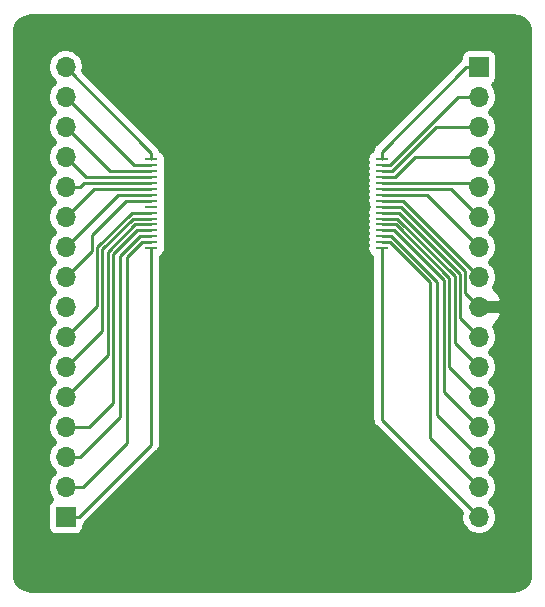
<source format=gbr>
G04 #@! TF.GenerationSoftware,KiCad,Pcbnew,(5.1.5)-3*
G04 #@! TF.CreationDate,2020-03-18T19:06:41-04:00*
G04 #@! TF.ProjectId,SRAM CY62128EV30LL-45ZXI,5352414d-2043-4593-9632-313238455633,rev?*
G04 #@! TF.SameCoordinates,Original*
G04 #@! TF.FileFunction,Copper,L1,Top*
G04 #@! TF.FilePolarity,Positive*
%FSLAX46Y46*%
G04 Gerber Fmt 4.6, Leading zero omitted, Abs format (unit mm)*
G04 Created by KiCad (PCBNEW (5.1.5)-3) date 2020-03-18 19:06:41*
%MOMM*%
%LPD*%
G04 APERTURE LIST*
%ADD10R,1.100000X0.250000*%
%ADD11O,1.700000X1.700000*%
%ADD12R,1.700000X1.700000*%
%ADD13C,0.250000*%
%ADD14C,0.500000*%
G04 APERTURE END LIST*
D10*
X121750000Y-52806500D03*
X121750000Y-53306500D03*
X121750000Y-53806500D03*
X121750000Y-54306500D03*
X121750000Y-54806500D03*
X121750000Y-55306500D03*
X121750000Y-55806500D03*
X121750000Y-56306500D03*
X121750000Y-56806500D03*
X121750000Y-57306500D03*
X121750000Y-57806500D03*
X121750000Y-58306500D03*
X121750000Y-58806500D03*
X121750000Y-59306500D03*
X121750000Y-59806500D03*
X102250000Y-60306500D03*
X102250000Y-59806500D03*
X102250000Y-59306500D03*
X102250000Y-58806500D03*
X102250000Y-58306500D03*
X102250000Y-57806500D03*
X102250000Y-57306500D03*
X102250000Y-56806500D03*
X102250000Y-56306500D03*
X102250000Y-55806500D03*
X102250000Y-55306500D03*
X102250000Y-54806500D03*
X102250000Y-54306500D03*
X102250000Y-53806500D03*
X102250000Y-53306500D03*
X121750000Y-60306500D03*
X102250000Y-52806500D03*
D11*
X130000000Y-83100000D03*
X130000000Y-80560000D03*
X130000000Y-78020000D03*
X130000000Y-75480000D03*
X130000000Y-72940000D03*
X130000000Y-70400000D03*
X130000000Y-67860000D03*
X130000000Y-65320000D03*
X130000000Y-62780000D03*
X130000000Y-60240000D03*
X130000000Y-57700000D03*
X130000000Y-55160000D03*
X130000000Y-52620000D03*
X130000000Y-50080000D03*
X130000000Y-47540000D03*
D12*
X130000000Y-45000000D03*
D11*
X95000000Y-45000000D03*
X95000000Y-47540000D03*
X95000000Y-50080000D03*
X95000000Y-52620000D03*
X95000000Y-55160000D03*
X95000000Y-57700000D03*
X95000000Y-60240000D03*
X95000000Y-62780000D03*
X95000000Y-65320000D03*
X95000000Y-67860000D03*
X95000000Y-70400000D03*
X95000000Y-72940000D03*
X95000000Y-75480000D03*
X95000000Y-78020000D03*
X95000000Y-80560000D03*
D12*
X95000000Y-83100000D03*
D13*
X102250000Y-52250000D02*
X95000000Y-45000000D01*
X102250000Y-52806500D02*
X102250000Y-52250000D01*
X100766500Y-53306500D02*
X95000000Y-47540000D01*
X102250000Y-53306500D02*
X100766500Y-53306500D01*
X98726500Y-53806500D02*
X95000000Y-50080000D01*
X102250000Y-53806500D02*
X98726500Y-53806500D01*
X96686500Y-54306500D02*
X102250000Y-54306500D01*
X95000000Y-52620000D02*
X96686500Y-54306500D01*
X101450000Y-54806500D02*
X102250000Y-54806500D01*
X96555581Y-54806500D02*
X101450000Y-54806500D01*
X96202081Y-55160000D02*
X96555581Y-54806500D01*
X95000000Y-55160000D02*
X96202081Y-55160000D01*
X97393500Y-55306500D02*
X102250000Y-55306500D01*
X95000000Y-57700000D02*
X97393500Y-55306500D01*
X95000000Y-60240000D02*
X99440000Y-55800000D01*
X99446500Y-55806500D02*
X102250000Y-55806500D01*
X99440000Y-55800000D02*
X99446500Y-55806500D01*
X101450000Y-56306500D02*
X102250000Y-56306500D01*
X95000000Y-62780000D02*
X97199956Y-60580044D01*
X97199956Y-60580044D02*
X97199956Y-59200044D01*
X97199956Y-59200044D02*
X100093500Y-56306500D01*
X100093500Y-56306500D02*
X101450000Y-56306500D01*
X95000000Y-67860000D02*
X97649967Y-65210033D01*
X97649967Y-65210033D02*
X97649967Y-60240800D01*
X97649967Y-60240800D02*
X100584267Y-57306500D01*
X101450000Y-57306500D02*
X102250000Y-57306500D01*
X100584267Y-57306500D02*
X101450000Y-57306500D01*
X100720678Y-57806500D02*
X101450000Y-57806500D01*
X101450000Y-57806500D02*
X102250000Y-57806500D01*
X98099978Y-60427200D02*
X100720678Y-57806500D01*
X95000000Y-70400000D02*
X98099978Y-67300022D01*
X98099978Y-67300022D02*
X98099978Y-60427200D01*
X98549989Y-69390011D02*
X98549989Y-60613600D01*
X98549989Y-60613600D02*
X100857089Y-58306500D01*
X100857089Y-58306500D02*
X101450000Y-58306500D01*
X95000000Y-72940000D02*
X98549989Y-69390011D01*
X101450000Y-58306500D02*
X102250000Y-58306500D01*
X95000000Y-75480000D02*
X96920000Y-75480000D01*
X96920000Y-75480000D02*
X99000000Y-73400000D01*
X99000000Y-73400000D02*
X99000000Y-60800000D01*
X100993500Y-58806500D02*
X102250000Y-58806500D01*
X99000000Y-60800000D02*
X100993500Y-58806500D01*
X96202081Y-78020000D02*
X99600000Y-74622081D01*
X95000000Y-78020000D02*
X96202081Y-78020000D01*
X99600000Y-74622081D02*
X99600000Y-61000000D01*
X101293500Y-59306500D02*
X102250000Y-59306500D01*
X99600000Y-61000000D02*
X101293500Y-59306500D01*
X95000000Y-80560000D02*
X96440000Y-80560000D01*
X96440000Y-80560000D02*
X100200000Y-76800000D01*
X101450000Y-59806500D02*
X102250000Y-59806500D01*
X100200000Y-61056500D02*
X101450000Y-59806500D01*
X100200000Y-76800000D02*
X100200000Y-61056500D01*
X102250000Y-76950000D02*
X102250000Y-60306500D01*
X95000000Y-83100000D02*
X96100000Y-83100000D01*
X96100000Y-83100000D02*
X102250000Y-76950000D01*
X121750000Y-74850000D02*
X130000000Y-83100000D01*
X121750000Y-60306500D02*
X121750000Y-74850000D01*
X125800000Y-76360000D02*
X130000000Y-80560000D01*
X125800000Y-63200000D02*
X125800000Y-76360000D01*
X122406500Y-59806500D02*
X121750000Y-59806500D01*
X125800000Y-63200000D02*
X122406500Y-59806500D01*
X122550000Y-59306500D02*
X126400000Y-63156500D01*
X121750000Y-59306500D02*
X122550000Y-59306500D01*
X126400000Y-74420000D02*
X130000000Y-78020000D01*
X126400000Y-63156500D02*
X126400000Y-74420000D01*
X122806500Y-58806500D02*
X121750000Y-58806500D01*
X127024955Y-63024955D02*
X122806500Y-58806500D01*
X130000000Y-75480000D02*
X127024955Y-72504955D01*
X127024955Y-72504955D02*
X127024955Y-63024955D01*
X127474966Y-62838555D02*
X127474966Y-70414966D01*
X121750000Y-58306500D02*
X122942911Y-58306500D01*
X129150001Y-72090001D02*
X130000000Y-72940000D01*
X127474966Y-70414966D02*
X129150001Y-72090001D01*
X122942911Y-58306500D02*
X127474966Y-62838555D01*
X121750000Y-57806500D02*
X123079322Y-57806500D01*
X129150001Y-69550001D02*
X130000000Y-70400000D01*
X127924977Y-68324977D02*
X129150001Y-69550001D01*
X123079322Y-57806500D02*
X127924977Y-62652155D01*
X127924977Y-62652155D02*
X127924977Y-68324977D01*
X128374988Y-66234988D02*
X129150001Y-67010001D01*
X128374988Y-62465755D02*
X128374988Y-66234988D01*
X129150001Y-67010001D02*
X130000000Y-67860000D01*
X121750000Y-57306500D02*
X123215732Y-57306500D01*
X123215732Y-57306500D02*
X128374988Y-62465755D01*
X123526500Y-56306500D02*
X130000000Y-62780000D01*
X121750000Y-56306500D02*
X123526500Y-56306500D01*
X125566500Y-55806500D02*
X130000000Y-60240000D01*
X121750000Y-55806500D02*
X125566500Y-55806500D01*
X127606500Y-55306500D02*
X130000000Y-57700000D01*
X121750000Y-55306500D02*
X127606500Y-55306500D01*
X129646500Y-54806500D02*
X130000000Y-55160000D01*
X121750000Y-54806500D02*
X129646500Y-54806500D01*
X124580000Y-52620000D02*
X130000000Y-52620000D01*
X121750000Y-54306500D02*
X122893500Y-54306500D01*
X122893500Y-54306500D02*
X124580000Y-52620000D01*
X126320000Y-50080000D02*
X130000000Y-50080000D01*
X121750000Y-53806500D02*
X122593500Y-53806500D01*
X122593500Y-53806500D02*
X126320000Y-50080000D01*
X121750000Y-53306500D02*
X122457090Y-53306500D01*
X122457090Y-53306500D02*
X128223590Y-47540000D01*
X128797919Y-47540000D02*
X130000000Y-47540000D01*
X128223590Y-47540000D02*
X128797919Y-47540000D01*
X128900000Y-45000000D02*
X130000000Y-45000000D01*
X121750000Y-52150000D02*
X128900000Y-45000000D01*
X121750000Y-52806500D02*
X121750000Y-52150000D01*
X123352144Y-56806500D02*
X128824999Y-62279355D01*
X121750000Y-56806500D02*
X123352144Y-56806500D01*
X128824999Y-62279355D02*
X128824999Y-64144999D01*
X128824999Y-64144999D02*
X129150001Y-64470001D01*
X129150001Y-64470001D02*
X130000000Y-65320000D01*
D14*
G36*
X133237213Y-40801975D02*
G01*
X133465397Y-40870868D01*
X133675848Y-40982768D01*
X133860558Y-41133414D01*
X134012490Y-41317066D01*
X134125855Y-41526732D01*
X134196339Y-41754429D01*
X134225000Y-42027115D01*
X134225001Y-87962088D01*
X134198024Y-88237213D01*
X134129132Y-88465396D01*
X134017234Y-88675846D01*
X133866587Y-88860558D01*
X133682931Y-89012491D01*
X133473268Y-89125855D01*
X133245569Y-89196339D01*
X132972885Y-89225000D01*
X92037902Y-89225000D01*
X91762787Y-89198024D01*
X91534604Y-89129132D01*
X91324154Y-89017234D01*
X91139442Y-88866587D01*
X90987509Y-88682931D01*
X90874145Y-88473268D01*
X90803661Y-88245569D01*
X90775000Y-87972885D01*
X90775000Y-82250000D01*
X93396372Y-82250000D01*
X93396372Y-83950000D01*
X93410853Y-84097026D01*
X93453739Y-84238401D01*
X93523381Y-84368693D01*
X93617105Y-84482895D01*
X93731307Y-84576619D01*
X93861599Y-84646261D01*
X94002974Y-84689147D01*
X94150000Y-84703628D01*
X95850000Y-84703628D01*
X95997026Y-84689147D01*
X96138401Y-84646261D01*
X96268693Y-84576619D01*
X96382895Y-84482895D01*
X96476619Y-84368693D01*
X96546261Y-84238401D01*
X96589147Y-84097026D01*
X96603628Y-83950000D01*
X96603628Y-83818621D01*
X96721712Y-83721712D01*
X96749117Y-83688319D01*
X102838320Y-77599116D01*
X102871712Y-77571712D01*
X102981056Y-77438476D01*
X103062305Y-77286468D01*
X103112339Y-77121530D01*
X103125000Y-76992979D01*
X103125000Y-76992978D01*
X103129233Y-76950001D01*
X103125000Y-76907022D01*
X103125000Y-61108199D01*
X103218693Y-61058119D01*
X103332895Y-60964395D01*
X103426619Y-60850193D01*
X103496261Y-60719901D01*
X103539147Y-60578526D01*
X103553628Y-60431500D01*
X103553628Y-60181500D01*
X103541316Y-60056500D01*
X103553628Y-59931500D01*
X103553628Y-59681500D01*
X103541316Y-59556500D01*
X103553628Y-59431500D01*
X103553628Y-59181500D01*
X103541316Y-59056500D01*
X103553628Y-58931500D01*
X103553628Y-58681500D01*
X103541316Y-58556500D01*
X103553628Y-58431500D01*
X103553628Y-58181500D01*
X103541316Y-58056500D01*
X103553628Y-57931500D01*
X103553628Y-57681500D01*
X103541316Y-57556500D01*
X103553628Y-57431500D01*
X103553628Y-57181500D01*
X103541316Y-57056500D01*
X103553628Y-56931500D01*
X103553628Y-56681500D01*
X103541316Y-56556500D01*
X103553628Y-56431500D01*
X103553628Y-56181500D01*
X103541316Y-56056500D01*
X103553628Y-55931500D01*
X103553628Y-55681500D01*
X103541316Y-55556500D01*
X103553628Y-55431500D01*
X103553628Y-55181500D01*
X103541316Y-55056500D01*
X103553628Y-54931500D01*
X103553628Y-54681500D01*
X103541316Y-54556500D01*
X103553628Y-54431500D01*
X103553628Y-54181500D01*
X103541316Y-54056500D01*
X103553628Y-53931500D01*
X103553628Y-53681500D01*
X103541316Y-53556500D01*
X103553628Y-53431500D01*
X103553628Y-53181500D01*
X103541316Y-53056500D01*
X103553628Y-52931500D01*
X103553628Y-52681500D01*
X120446372Y-52681500D01*
X120446372Y-52931500D01*
X120458684Y-53056500D01*
X120446372Y-53181500D01*
X120446372Y-53431500D01*
X120458684Y-53556500D01*
X120446372Y-53681500D01*
X120446372Y-53931500D01*
X120458684Y-54056500D01*
X120446372Y-54181500D01*
X120446372Y-54431500D01*
X120458684Y-54556500D01*
X120446372Y-54681500D01*
X120446372Y-54931500D01*
X120458684Y-55056500D01*
X120446372Y-55181500D01*
X120446372Y-55431500D01*
X120458684Y-55556500D01*
X120446372Y-55681500D01*
X120446372Y-55931500D01*
X120458684Y-56056500D01*
X120446372Y-56181500D01*
X120446372Y-56431500D01*
X120460853Y-56578526D01*
X120503739Y-56719901D01*
X120550027Y-56806500D01*
X120503739Y-56893099D01*
X120460853Y-57034474D01*
X120446372Y-57181500D01*
X120446372Y-57431500D01*
X120458684Y-57556500D01*
X120446372Y-57681500D01*
X120446372Y-57931500D01*
X120458684Y-58056500D01*
X120446372Y-58181500D01*
X120446372Y-58431500D01*
X120458684Y-58556500D01*
X120446372Y-58681500D01*
X120446372Y-58931500D01*
X120458684Y-59056500D01*
X120446372Y-59181500D01*
X120446372Y-59431500D01*
X120458684Y-59556500D01*
X120446372Y-59681500D01*
X120446372Y-59931500D01*
X120458684Y-60056500D01*
X120446372Y-60181500D01*
X120446372Y-60431500D01*
X120460853Y-60578526D01*
X120503739Y-60719901D01*
X120573381Y-60850193D01*
X120667105Y-60964395D01*
X120781307Y-61058119D01*
X120875000Y-61108199D01*
X120875001Y-74807011D01*
X120870767Y-74850000D01*
X120887661Y-75021529D01*
X120937695Y-75186467D01*
X120962196Y-75232305D01*
X121018945Y-75338476D01*
X121128289Y-75471712D01*
X121161676Y-75499112D01*
X128434008Y-82771445D01*
X128400000Y-82942414D01*
X128400000Y-83257586D01*
X128461487Y-83566703D01*
X128582098Y-83857884D01*
X128757199Y-84119941D01*
X128980059Y-84342801D01*
X129242116Y-84517902D01*
X129533297Y-84638513D01*
X129842414Y-84700000D01*
X130157586Y-84700000D01*
X130466703Y-84638513D01*
X130757884Y-84517902D01*
X131019941Y-84342801D01*
X131242801Y-84119941D01*
X131417902Y-83857884D01*
X131538513Y-83566703D01*
X131600000Y-83257586D01*
X131600000Y-82942414D01*
X131538513Y-82633297D01*
X131417902Y-82342116D01*
X131242801Y-82080059D01*
X131019941Y-81857199D01*
X130979235Y-81830000D01*
X131019941Y-81802801D01*
X131242801Y-81579941D01*
X131417902Y-81317884D01*
X131538513Y-81026703D01*
X131600000Y-80717586D01*
X131600000Y-80402414D01*
X131538513Y-80093297D01*
X131417902Y-79802116D01*
X131242801Y-79540059D01*
X131019941Y-79317199D01*
X130979235Y-79290000D01*
X131019941Y-79262801D01*
X131242801Y-79039941D01*
X131417902Y-78777884D01*
X131538513Y-78486703D01*
X131600000Y-78177586D01*
X131600000Y-77862414D01*
X131538513Y-77553297D01*
X131417902Y-77262116D01*
X131242801Y-77000059D01*
X131019941Y-76777199D01*
X130979235Y-76750000D01*
X131019941Y-76722801D01*
X131242801Y-76499941D01*
X131417902Y-76237884D01*
X131538513Y-75946703D01*
X131600000Y-75637586D01*
X131600000Y-75322414D01*
X131538513Y-75013297D01*
X131417902Y-74722116D01*
X131242801Y-74460059D01*
X131019941Y-74237199D01*
X130979235Y-74210000D01*
X131019941Y-74182801D01*
X131242801Y-73959941D01*
X131417902Y-73697884D01*
X131538513Y-73406703D01*
X131600000Y-73097586D01*
X131600000Y-72782414D01*
X131538513Y-72473297D01*
X131417902Y-72182116D01*
X131242801Y-71920059D01*
X131019941Y-71697199D01*
X130979235Y-71670000D01*
X131019941Y-71642801D01*
X131242801Y-71419941D01*
X131417902Y-71157884D01*
X131538513Y-70866703D01*
X131600000Y-70557586D01*
X131600000Y-70242414D01*
X131538513Y-69933297D01*
X131417902Y-69642116D01*
X131242801Y-69380059D01*
X131019941Y-69157199D01*
X130979235Y-69130000D01*
X131019941Y-69102801D01*
X131242801Y-68879941D01*
X131417902Y-68617884D01*
X131538513Y-68326703D01*
X131600000Y-68017586D01*
X131600000Y-67702414D01*
X131538513Y-67393297D01*
X131417902Y-67102116D01*
X131317897Y-66952448D01*
X131598930Y-66681416D01*
X131833806Y-66343321D01*
X131998210Y-65965900D01*
X132020287Y-65893098D01*
X131769931Y-65570000D01*
X130250000Y-65570000D01*
X130250000Y-65590000D01*
X129750000Y-65590000D01*
X129750000Y-65570000D01*
X129730000Y-65570000D01*
X129730000Y-65070000D01*
X129750000Y-65070000D01*
X129750000Y-65050000D01*
X130250000Y-65050000D01*
X130250000Y-65070000D01*
X131769931Y-65070000D01*
X132020287Y-64746902D01*
X131998210Y-64674100D01*
X131833806Y-64296679D01*
X131598930Y-63958584D01*
X131317897Y-63687552D01*
X131417902Y-63537884D01*
X131538513Y-63246703D01*
X131600000Y-62937586D01*
X131600000Y-62622414D01*
X131538513Y-62313297D01*
X131417902Y-62022116D01*
X131242801Y-61760059D01*
X131019941Y-61537199D01*
X130979235Y-61510000D01*
X131019941Y-61482801D01*
X131242801Y-61259941D01*
X131417902Y-60997884D01*
X131538513Y-60706703D01*
X131600000Y-60397586D01*
X131600000Y-60082414D01*
X131538513Y-59773297D01*
X131417902Y-59482116D01*
X131242801Y-59220059D01*
X131019941Y-58997199D01*
X130979235Y-58970000D01*
X131019941Y-58942801D01*
X131242801Y-58719941D01*
X131417902Y-58457884D01*
X131538513Y-58166703D01*
X131600000Y-57857586D01*
X131600000Y-57542414D01*
X131538513Y-57233297D01*
X131417902Y-56942116D01*
X131242801Y-56680059D01*
X131019941Y-56457199D01*
X130979235Y-56430000D01*
X131019941Y-56402801D01*
X131242801Y-56179941D01*
X131417902Y-55917884D01*
X131538513Y-55626703D01*
X131600000Y-55317586D01*
X131600000Y-55002414D01*
X131538513Y-54693297D01*
X131417902Y-54402116D01*
X131242801Y-54140059D01*
X131019941Y-53917199D01*
X130979235Y-53890000D01*
X131019941Y-53862801D01*
X131242801Y-53639941D01*
X131417902Y-53377884D01*
X131538513Y-53086703D01*
X131600000Y-52777586D01*
X131600000Y-52462414D01*
X131538513Y-52153297D01*
X131417902Y-51862116D01*
X131242801Y-51600059D01*
X131019941Y-51377199D01*
X130979235Y-51350000D01*
X131019941Y-51322801D01*
X131242801Y-51099941D01*
X131417902Y-50837884D01*
X131538513Y-50546703D01*
X131600000Y-50237586D01*
X131600000Y-49922414D01*
X131538513Y-49613297D01*
X131417902Y-49322116D01*
X131242801Y-49060059D01*
X131019941Y-48837199D01*
X130979235Y-48810000D01*
X131019941Y-48782801D01*
X131242801Y-48559941D01*
X131417902Y-48297884D01*
X131538513Y-48006703D01*
X131600000Y-47697586D01*
X131600000Y-47382414D01*
X131538513Y-47073297D01*
X131417902Y-46782116D01*
X131242801Y-46520059D01*
X131223511Y-46500769D01*
X131268693Y-46476619D01*
X131382895Y-46382895D01*
X131476619Y-46268693D01*
X131546261Y-46138401D01*
X131589147Y-45997026D01*
X131603628Y-45850000D01*
X131603628Y-44150000D01*
X131589147Y-44002974D01*
X131546261Y-43861599D01*
X131476619Y-43731307D01*
X131382895Y-43617105D01*
X131268693Y-43523381D01*
X131138401Y-43453739D01*
X130997026Y-43410853D01*
X130850000Y-43396372D01*
X129150000Y-43396372D01*
X129002974Y-43410853D01*
X128861599Y-43453739D01*
X128731307Y-43523381D01*
X128617105Y-43617105D01*
X128523381Y-43731307D01*
X128453739Y-43861599D01*
X128410853Y-44002974D01*
X128396372Y-44150000D01*
X128396372Y-44281379D01*
X128278288Y-44378288D01*
X128250888Y-44411675D01*
X121161676Y-51500888D01*
X121128289Y-51528288D01*
X121018945Y-51661524D01*
X120976589Y-51740767D01*
X120937695Y-51813533D01*
X120887661Y-51978471D01*
X120885627Y-51999121D01*
X120781307Y-52054881D01*
X120667105Y-52148605D01*
X120573381Y-52262807D01*
X120503739Y-52393099D01*
X120460853Y-52534474D01*
X120446372Y-52681500D01*
X103553628Y-52681500D01*
X103539147Y-52534474D01*
X103496261Y-52393099D01*
X103426619Y-52262807D01*
X103332895Y-52148605D01*
X103218693Y-52054881D01*
X103088401Y-51985239D01*
X103083617Y-51983788D01*
X103062305Y-51913532D01*
X102981056Y-51761524D01*
X102871712Y-51628288D01*
X102838319Y-51600883D01*
X96565992Y-45328556D01*
X96600000Y-45157586D01*
X96600000Y-44842414D01*
X96538513Y-44533297D01*
X96417902Y-44242116D01*
X96242801Y-43980059D01*
X96019941Y-43757199D01*
X95757884Y-43582098D01*
X95466703Y-43461487D01*
X95157586Y-43400000D01*
X94842414Y-43400000D01*
X94533297Y-43461487D01*
X94242116Y-43582098D01*
X93980059Y-43757199D01*
X93757199Y-43980059D01*
X93582098Y-44242116D01*
X93461487Y-44533297D01*
X93400000Y-44842414D01*
X93400000Y-45157586D01*
X93461487Y-45466703D01*
X93582098Y-45757884D01*
X93757199Y-46019941D01*
X93980059Y-46242801D01*
X94020765Y-46270000D01*
X93980059Y-46297199D01*
X93757199Y-46520059D01*
X93582098Y-46782116D01*
X93461487Y-47073297D01*
X93400000Y-47382414D01*
X93400000Y-47697586D01*
X93461487Y-48006703D01*
X93582098Y-48297884D01*
X93757199Y-48559941D01*
X93980059Y-48782801D01*
X94020765Y-48810000D01*
X93980059Y-48837199D01*
X93757199Y-49060059D01*
X93582098Y-49322116D01*
X93461487Y-49613297D01*
X93400000Y-49922414D01*
X93400000Y-50237586D01*
X93461487Y-50546703D01*
X93582098Y-50837884D01*
X93757199Y-51099941D01*
X93980059Y-51322801D01*
X94020765Y-51350000D01*
X93980059Y-51377199D01*
X93757199Y-51600059D01*
X93582098Y-51862116D01*
X93461487Y-52153297D01*
X93400000Y-52462414D01*
X93400000Y-52777586D01*
X93461487Y-53086703D01*
X93582098Y-53377884D01*
X93757199Y-53639941D01*
X93980059Y-53862801D01*
X94020765Y-53890000D01*
X93980059Y-53917199D01*
X93757199Y-54140059D01*
X93582098Y-54402116D01*
X93461487Y-54693297D01*
X93400000Y-55002414D01*
X93400000Y-55317586D01*
X93461487Y-55626703D01*
X93582098Y-55917884D01*
X93757199Y-56179941D01*
X93980059Y-56402801D01*
X94020765Y-56430000D01*
X93980059Y-56457199D01*
X93757199Y-56680059D01*
X93582098Y-56942116D01*
X93461487Y-57233297D01*
X93400000Y-57542414D01*
X93400000Y-57857586D01*
X93461487Y-58166703D01*
X93582098Y-58457884D01*
X93757199Y-58719941D01*
X93980059Y-58942801D01*
X94020765Y-58970000D01*
X93980059Y-58997199D01*
X93757199Y-59220059D01*
X93582098Y-59482116D01*
X93461487Y-59773297D01*
X93400000Y-60082414D01*
X93400000Y-60397586D01*
X93461487Y-60706703D01*
X93582098Y-60997884D01*
X93757199Y-61259941D01*
X93980059Y-61482801D01*
X94020765Y-61510000D01*
X93980059Y-61537199D01*
X93757199Y-61760059D01*
X93582098Y-62022116D01*
X93461487Y-62313297D01*
X93400000Y-62622414D01*
X93400000Y-62937586D01*
X93461487Y-63246703D01*
X93582098Y-63537884D01*
X93757199Y-63799941D01*
X93980059Y-64022801D01*
X94020765Y-64050000D01*
X93980059Y-64077199D01*
X93757199Y-64300059D01*
X93582098Y-64562116D01*
X93461487Y-64853297D01*
X93400000Y-65162414D01*
X93400000Y-65477586D01*
X93461487Y-65786703D01*
X93582098Y-66077884D01*
X93757199Y-66339941D01*
X93980059Y-66562801D01*
X94020765Y-66590000D01*
X93980059Y-66617199D01*
X93757199Y-66840059D01*
X93582098Y-67102116D01*
X93461487Y-67393297D01*
X93400000Y-67702414D01*
X93400000Y-68017586D01*
X93461487Y-68326703D01*
X93582098Y-68617884D01*
X93757199Y-68879941D01*
X93980059Y-69102801D01*
X94020765Y-69130000D01*
X93980059Y-69157199D01*
X93757199Y-69380059D01*
X93582098Y-69642116D01*
X93461487Y-69933297D01*
X93400000Y-70242414D01*
X93400000Y-70557586D01*
X93461487Y-70866703D01*
X93582098Y-71157884D01*
X93757199Y-71419941D01*
X93980059Y-71642801D01*
X94020765Y-71670000D01*
X93980059Y-71697199D01*
X93757199Y-71920059D01*
X93582098Y-72182116D01*
X93461487Y-72473297D01*
X93400000Y-72782414D01*
X93400000Y-73097586D01*
X93461487Y-73406703D01*
X93582098Y-73697884D01*
X93757199Y-73959941D01*
X93980059Y-74182801D01*
X94020765Y-74210000D01*
X93980059Y-74237199D01*
X93757199Y-74460059D01*
X93582098Y-74722116D01*
X93461487Y-75013297D01*
X93400000Y-75322414D01*
X93400000Y-75637586D01*
X93461487Y-75946703D01*
X93582098Y-76237884D01*
X93757199Y-76499941D01*
X93980059Y-76722801D01*
X94020765Y-76750000D01*
X93980059Y-76777199D01*
X93757199Y-77000059D01*
X93582098Y-77262116D01*
X93461487Y-77553297D01*
X93400000Y-77862414D01*
X93400000Y-78177586D01*
X93461487Y-78486703D01*
X93582098Y-78777884D01*
X93757199Y-79039941D01*
X93980059Y-79262801D01*
X94020765Y-79290000D01*
X93980059Y-79317199D01*
X93757199Y-79540059D01*
X93582098Y-79802116D01*
X93461487Y-80093297D01*
X93400000Y-80402414D01*
X93400000Y-80717586D01*
X93461487Y-81026703D01*
X93582098Y-81317884D01*
X93757199Y-81579941D01*
X93776489Y-81599231D01*
X93731307Y-81623381D01*
X93617105Y-81717105D01*
X93523381Y-81831307D01*
X93453739Y-81961599D01*
X93410853Y-82102974D01*
X93396372Y-82250000D01*
X90775000Y-82250000D01*
X90775000Y-42037902D01*
X90801975Y-41762787D01*
X90870868Y-41534603D01*
X90982768Y-41324152D01*
X91133414Y-41139442D01*
X91317066Y-40987510D01*
X91526732Y-40874145D01*
X91754429Y-40803661D01*
X92027115Y-40775000D01*
X132962098Y-40775000D01*
X133237213Y-40801975D01*
G37*
X133237213Y-40801975D02*
X133465397Y-40870868D01*
X133675848Y-40982768D01*
X133860558Y-41133414D01*
X134012490Y-41317066D01*
X134125855Y-41526732D01*
X134196339Y-41754429D01*
X134225000Y-42027115D01*
X134225001Y-87962088D01*
X134198024Y-88237213D01*
X134129132Y-88465396D01*
X134017234Y-88675846D01*
X133866587Y-88860558D01*
X133682931Y-89012491D01*
X133473268Y-89125855D01*
X133245569Y-89196339D01*
X132972885Y-89225000D01*
X92037902Y-89225000D01*
X91762787Y-89198024D01*
X91534604Y-89129132D01*
X91324154Y-89017234D01*
X91139442Y-88866587D01*
X90987509Y-88682931D01*
X90874145Y-88473268D01*
X90803661Y-88245569D01*
X90775000Y-87972885D01*
X90775000Y-82250000D01*
X93396372Y-82250000D01*
X93396372Y-83950000D01*
X93410853Y-84097026D01*
X93453739Y-84238401D01*
X93523381Y-84368693D01*
X93617105Y-84482895D01*
X93731307Y-84576619D01*
X93861599Y-84646261D01*
X94002974Y-84689147D01*
X94150000Y-84703628D01*
X95850000Y-84703628D01*
X95997026Y-84689147D01*
X96138401Y-84646261D01*
X96268693Y-84576619D01*
X96382895Y-84482895D01*
X96476619Y-84368693D01*
X96546261Y-84238401D01*
X96589147Y-84097026D01*
X96603628Y-83950000D01*
X96603628Y-83818621D01*
X96721712Y-83721712D01*
X96749117Y-83688319D01*
X102838320Y-77599116D01*
X102871712Y-77571712D01*
X102981056Y-77438476D01*
X103062305Y-77286468D01*
X103112339Y-77121530D01*
X103125000Y-76992979D01*
X103125000Y-76992978D01*
X103129233Y-76950001D01*
X103125000Y-76907022D01*
X103125000Y-61108199D01*
X103218693Y-61058119D01*
X103332895Y-60964395D01*
X103426619Y-60850193D01*
X103496261Y-60719901D01*
X103539147Y-60578526D01*
X103553628Y-60431500D01*
X103553628Y-60181500D01*
X103541316Y-60056500D01*
X103553628Y-59931500D01*
X103553628Y-59681500D01*
X103541316Y-59556500D01*
X103553628Y-59431500D01*
X103553628Y-59181500D01*
X103541316Y-59056500D01*
X103553628Y-58931500D01*
X103553628Y-58681500D01*
X103541316Y-58556500D01*
X103553628Y-58431500D01*
X103553628Y-58181500D01*
X103541316Y-58056500D01*
X103553628Y-57931500D01*
X103553628Y-57681500D01*
X103541316Y-57556500D01*
X103553628Y-57431500D01*
X103553628Y-57181500D01*
X103541316Y-57056500D01*
X103553628Y-56931500D01*
X103553628Y-56681500D01*
X103541316Y-56556500D01*
X103553628Y-56431500D01*
X103553628Y-56181500D01*
X103541316Y-56056500D01*
X103553628Y-55931500D01*
X103553628Y-55681500D01*
X103541316Y-55556500D01*
X103553628Y-55431500D01*
X103553628Y-55181500D01*
X103541316Y-55056500D01*
X103553628Y-54931500D01*
X103553628Y-54681500D01*
X103541316Y-54556500D01*
X103553628Y-54431500D01*
X103553628Y-54181500D01*
X103541316Y-54056500D01*
X103553628Y-53931500D01*
X103553628Y-53681500D01*
X103541316Y-53556500D01*
X103553628Y-53431500D01*
X103553628Y-53181500D01*
X103541316Y-53056500D01*
X103553628Y-52931500D01*
X103553628Y-52681500D01*
X120446372Y-52681500D01*
X120446372Y-52931500D01*
X120458684Y-53056500D01*
X120446372Y-53181500D01*
X120446372Y-53431500D01*
X120458684Y-53556500D01*
X120446372Y-53681500D01*
X120446372Y-53931500D01*
X120458684Y-54056500D01*
X120446372Y-54181500D01*
X120446372Y-54431500D01*
X120458684Y-54556500D01*
X120446372Y-54681500D01*
X120446372Y-54931500D01*
X120458684Y-55056500D01*
X120446372Y-55181500D01*
X120446372Y-55431500D01*
X120458684Y-55556500D01*
X120446372Y-55681500D01*
X120446372Y-55931500D01*
X120458684Y-56056500D01*
X120446372Y-56181500D01*
X120446372Y-56431500D01*
X120460853Y-56578526D01*
X120503739Y-56719901D01*
X120550027Y-56806500D01*
X120503739Y-56893099D01*
X120460853Y-57034474D01*
X120446372Y-57181500D01*
X120446372Y-57431500D01*
X120458684Y-57556500D01*
X120446372Y-57681500D01*
X120446372Y-57931500D01*
X120458684Y-58056500D01*
X120446372Y-58181500D01*
X120446372Y-58431500D01*
X120458684Y-58556500D01*
X120446372Y-58681500D01*
X120446372Y-58931500D01*
X120458684Y-59056500D01*
X120446372Y-59181500D01*
X120446372Y-59431500D01*
X120458684Y-59556500D01*
X120446372Y-59681500D01*
X120446372Y-59931500D01*
X120458684Y-60056500D01*
X120446372Y-60181500D01*
X120446372Y-60431500D01*
X120460853Y-60578526D01*
X120503739Y-60719901D01*
X120573381Y-60850193D01*
X120667105Y-60964395D01*
X120781307Y-61058119D01*
X120875000Y-61108199D01*
X120875001Y-74807011D01*
X120870767Y-74850000D01*
X120887661Y-75021529D01*
X120937695Y-75186467D01*
X120962196Y-75232305D01*
X121018945Y-75338476D01*
X121128289Y-75471712D01*
X121161676Y-75499112D01*
X128434008Y-82771445D01*
X128400000Y-82942414D01*
X128400000Y-83257586D01*
X128461487Y-83566703D01*
X128582098Y-83857884D01*
X128757199Y-84119941D01*
X128980059Y-84342801D01*
X129242116Y-84517902D01*
X129533297Y-84638513D01*
X129842414Y-84700000D01*
X130157586Y-84700000D01*
X130466703Y-84638513D01*
X130757884Y-84517902D01*
X131019941Y-84342801D01*
X131242801Y-84119941D01*
X131417902Y-83857884D01*
X131538513Y-83566703D01*
X131600000Y-83257586D01*
X131600000Y-82942414D01*
X131538513Y-82633297D01*
X131417902Y-82342116D01*
X131242801Y-82080059D01*
X131019941Y-81857199D01*
X130979235Y-81830000D01*
X131019941Y-81802801D01*
X131242801Y-81579941D01*
X131417902Y-81317884D01*
X131538513Y-81026703D01*
X131600000Y-80717586D01*
X131600000Y-80402414D01*
X131538513Y-80093297D01*
X131417902Y-79802116D01*
X131242801Y-79540059D01*
X131019941Y-79317199D01*
X130979235Y-79290000D01*
X131019941Y-79262801D01*
X131242801Y-79039941D01*
X131417902Y-78777884D01*
X131538513Y-78486703D01*
X131600000Y-78177586D01*
X131600000Y-77862414D01*
X131538513Y-77553297D01*
X131417902Y-77262116D01*
X131242801Y-77000059D01*
X131019941Y-76777199D01*
X130979235Y-76750000D01*
X131019941Y-76722801D01*
X131242801Y-76499941D01*
X131417902Y-76237884D01*
X131538513Y-75946703D01*
X131600000Y-75637586D01*
X131600000Y-75322414D01*
X131538513Y-75013297D01*
X131417902Y-74722116D01*
X131242801Y-74460059D01*
X131019941Y-74237199D01*
X130979235Y-74210000D01*
X131019941Y-74182801D01*
X131242801Y-73959941D01*
X131417902Y-73697884D01*
X131538513Y-73406703D01*
X131600000Y-73097586D01*
X131600000Y-72782414D01*
X131538513Y-72473297D01*
X131417902Y-72182116D01*
X131242801Y-71920059D01*
X131019941Y-71697199D01*
X130979235Y-71670000D01*
X131019941Y-71642801D01*
X131242801Y-71419941D01*
X131417902Y-71157884D01*
X131538513Y-70866703D01*
X131600000Y-70557586D01*
X131600000Y-70242414D01*
X131538513Y-69933297D01*
X131417902Y-69642116D01*
X131242801Y-69380059D01*
X131019941Y-69157199D01*
X130979235Y-69130000D01*
X131019941Y-69102801D01*
X131242801Y-68879941D01*
X131417902Y-68617884D01*
X131538513Y-68326703D01*
X131600000Y-68017586D01*
X131600000Y-67702414D01*
X131538513Y-67393297D01*
X131417902Y-67102116D01*
X131317897Y-66952448D01*
X131598930Y-66681416D01*
X131833806Y-66343321D01*
X131998210Y-65965900D01*
X132020287Y-65893098D01*
X131769931Y-65570000D01*
X130250000Y-65570000D01*
X130250000Y-65590000D01*
X129750000Y-65590000D01*
X129750000Y-65570000D01*
X129730000Y-65570000D01*
X129730000Y-65070000D01*
X129750000Y-65070000D01*
X129750000Y-65050000D01*
X130250000Y-65050000D01*
X130250000Y-65070000D01*
X131769931Y-65070000D01*
X132020287Y-64746902D01*
X131998210Y-64674100D01*
X131833806Y-64296679D01*
X131598930Y-63958584D01*
X131317897Y-63687552D01*
X131417902Y-63537884D01*
X131538513Y-63246703D01*
X131600000Y-62937586D01*
X131600000Y-62622414D01*
X131538513Y-62313297D01*
X131417902Y-62022116D01*
X131242801Y-61760059D01*
X131019941Y-61537199D01*
X130979235Y-61510000D01*
X131019941Y-61482801D01*
X131242801Y-61259941D01*
X131417902Y-60997884D01*
X131538513Y-60706703D01*
X131600000Y-60397586D01*
X131600000Y-60082414D01*
X131538513Y-59773297D01*
X131417902Y-59482116D01*
X131242801Y-59220059D01*
X131019941Y-58997199D01*
X130979235Y-58970000D01*
X131019941Y-58942801D01*
X131242801Y-58719941D01*
X131417902Y-58457884D01*
X131538513Y-58166703D01*
X131600000Y-57857586D01*
X131600000Y-57542414D01*
X131538513Y-57233297D01*
X131417902Y-56942116D01*
X131242801Y-56680059D01*
X131019941Y-56457199D01*
X130979235Y-56430000D01*
X131019941Y-56402801D01*
X131242801Y-56179941D01*
X131417902Y-55917884D01*
X131538513Y-55626703D01*
X131600000Y-55317586D01*
X131600000Y-55002414D01*
X131538513Y-54693297D01*
X131417902Y-54402116D01*
X131242801Y-54140059D01*
X131019941Y-53917199D01*
X130979235Y-53890000D01*
X131019941Y-53862801D01*
X131242801Y-53639941D01*
X131417902Y-53377884D01*
X131538513Y-53086703D01*
X131600000Y-52777586D01*
X131600000Y-52462414D01*
X131538513Y-52153297D01*
X131417902Y-51862116D01*
X131242801Y-51600059D01*
X131019941Y-51377199D01*
X130979235Y-51350000D01*
X131019941Y-51322801D01*
X131242801Y-51099941D01*
X131417902Y-50837884D01*
X131538513Y-50546703D01*
X131600000Y-50237586D01*
X131600000Y-49922414D01*
X131538513Y-49613297D01*
X131417902Y-49322116D01*
X131242801Y-49060059D01*
X131019941Y-48837199D01*
X130979235Y-48810000D01*
X131019941Y-48782801D01*
X131242801Y-48559941D01*
X131417902Y-48297884D01*
X131538513Y-48006703D01*
X131600000Y-47697586D01*
X131600000Y-47382414D01*
X131538513Y-47073297D01*
X131417902Y-46782116D01*
X131242801Y-46520059D01*
X131223511Y-46500769D01*
X131268693Y-46476619D01*
X131382895Y-46382895D01*
X131476619Y-46268693D01*
X131546261Y-46138401D01*
X131589147Y-45997026D01*
X131603628Y-45850000D01*
X131603628Y-44150000D01*
X131589147Y-44002974D01*
X131546261Y-43861599D01*
X131476619Y-43731307D01*
X131382895Y-43617105D01*
X131268693Y-43523381D01*
X131138401Y-43453739D01*
X130997026Y-43410853D01*
X130850000Y-43396372D01*
X129150000Y-43396372D01*
X129002974Y-43410853D01*
X128861599Y-43453739D01*
X128731307Y-43523381D01*
X128617105Y-43617105D01*
X128523381Y-43731307D01*
X128453739Y-43861599D01*
X128410853Y-44002974D01*
X128396372Y-44150000D01*
X128396372Y-44281379D01*
X128278288Y-44378288D01*
X128250888Y-44411675D01*
X121161676Y-51500888D01*
X121128289Y-51528288D01*
X121018945Y-51661524D01*
X120976589Y-51740767D01*
X120937695Y-51813533D01*
X120887661Y-51978471D01*
X120885627Y-51999121D01*
X120781307Y-52054881D01*
X120667105Y-52148605D01*
X120573381Y-52262807D01*
X120503739Y-52393099D01*
X120460853Y-52534474D01*
X120446372Y-52681500D01*
X103553628Y-52681500D01*
X103539147Y-52534474D01*
X103496261Y-52393099D01*
X103426619Y-52262807D01*
X103332895Y-52148605D01*
X103218693Y-52054881D01*
X103088401Y-51985239D01*
X103083617Y-51983788D01*
X103062305Y-51913532D01*
X102981056Y-51761524D01*
X102871712Y-51628288D01*
X102838319Y-51600883D01*
X96565992Y-45328556D01*
X96600000Y-45157586D01*
X96600000Y-44842414D01*
X96538513Y-44533297D01*
X96417902Y-44242116D01*
X96242801Y-43980059D01*
X96019941Y-43757199D01*
X95757884Y-43582098D01*
X95466703Y-43461487D01*
X95157586Y-43400000D01*
X94842414Y-43400000D01*
X94533297Y-43461487D01*
X94242116Y-43582098D01*
X93980059Y-43757199D01*
X93757199Y-43980059D01*
X93582098Y-44242116D01*
X93461487Y-44533297D01*
X93400000Y-44842414D01*
X93400000Y-45157586D01*
X93461487Y-45466703D01*
X93582098Y-45757884D01*
X93757199Y-46019941D01*
X93980059Y-46242801D01*
X94020765Y-46270000D01*
X93980059Y-46297199D01*
X93757199Y-46520059D01*
X93582098Y-46782116D01*
X93461487Y-47073297D01*
X93400000Y-47382414D01*
X93400000Y-47697586D01*
X93461487Y-48006703D01*
X93582098Y-48297884D01*
X93757199Y-48559941D01*
X93980059Y-48782801D01*
X94020765Y-48810000D01*
X93980059Y-48837199D01*
X93757199Y-49060059D01*
X93582098Y-49322116D01*
X93461487Y-49613297D01*
X93400000Y-49922414D01*
X93400000Y-50237586D01*
X93461487Y-50546703D01*
X93582098Y-50837884D01*
X93757199Y-51099941D01*
X93980059Y-51322801D01*
X94020765Y-51350000D01*
X93980059Y-51377199D01*
X93757199Y-51600059D01*
X93582098Y-51862116D01*
X93461487Y-52153297D01*
X93400000Y-52462414D01*
X93400000Y-52777586D01*
X93461487Y-53086703D01*
X93582098Y-53377884D01*
X93757199Y-53639941D01*
X93980059Y-53862801D01*
X94020765Y-53890000D01*
X93980059Y-53917199D01*
X93757199Y-54140059D01*
X93582098Y-54402116D01*
X93461487Y-54693297D01*
X93400000Y-55002414D01*
X93400000Y-55317586D01*
X93461487Y-55626703D01*
X93582098Y-55917884D01*
X93757199Y-56179941D01*
X93980059Y-56402801D01*
X94020765Y-56430000D01*
X93980059Y-56457199D01*
X93757199Y-56680059D01*
X93582098Y-56942116D01*
X93461487Y-57233297D01*
X93400000Y-57542414D01*
X93400000Y-57857586D01*
X93461487Y-58166703D01*
X93582098Y-58457884D01*
X93757199Y-58719941D01*
X93980059Y-58942801D01*
X94020765Y-58970000D01*
X93980059Y-58997199D01*
X93757199Y-59220059D01*
X93582098Y-59482116D01*
X93461487Y-59773297D01*
X93400000Y-60082414D01*
X93400000Y-60397586D01*
X93461487Y-60706703D01*
X93582098Y-60997884D01*
X93757199Y-61259941D01*
X93980059Y-61482801D01*
X94020765Y-61510000D01*
X93980059Y-61537199D01*
X93757199Y-61760059D01*
X93582098Y-62022116D01*
X93461487Y-62313297D01*
X93400000Y-62622414D01*
X93400000Y-62937586D01*
X93461487Y-63246703D01*
X93582098Y-63537884D01*
X93757199Y-63799941D01*
X93980059Y-64022801D01*
X94020765Y-64050000D01*
X93980059Y-64077199D01*
X93757199Y-64300059D01*
X93582098Y-64562116D01*
X93461487Y-64853297D01*
X93400000Y-65162414D01*
X93400000Y-65477586D01*
X93461487Y-65786703D01*
X93582098Y-66077884D01*
X93757199Y-66339941D01*
X93980059Y-66562801D01*
X94020765Y-66590000D01*
X93980059Y-66617199D01*
X93757199Y-66840059D01*
X93582098Y-67102116D01*
X93461487Y-67393297D01*
X93400000Y-67702414D01*
X93400000Y-68017586D01*
X93461487Y-68326703D01*
X93582098Y-68617884D01*
X93757199Y-68879941D01*
X93980059Y-69102801D01*
X94020765Y-69130000D01*
X93980059Y-69157199D01*
X93757199Y-69380059D01*
X93582098Y-69642116D01*
X93461487Y-69933297D01*
X93400000Y-70242414D01*
X93400000Y-70557586D01*
X93461487Y-70866703D01*
X93582098Y-71157884D01*
X93757199Y-71419941D01*
X93980059Y-71642801D01*
X94020765Y-71670000D01*
X93980059Y-71697199D01*
X93757199Y-71920059D01*
X93582098Y-72182116D01*
X93461487Y-72473297D01*
X93400000Y-72782414D01*
X93400000Y-73097586D01*
X93461487Y-73406703D01*
X93582098Y-73697884D01*
X93757199Y-73959941D01*
X93980059Y-74182801D01*
X94020765Y-74210000D01*
X93980059Y-74237199D01*
X93757199Y-74460059D01*
X93582098Y-74722116D01*
X93461487Y-75013297D01*
X93400000Y-75322414D01*
X93400000Y-75637586D01*
X93461487Y-75946703D01*
X93582098Y-76237884D01*
X93757199Y-76499941D01*
X93980059Y-76722801D01*
X94020765Y-76750000D01*
X93980059Y-76777199D01*
X93757199Y-77000059D01*
X93582098Y-77262116D01*
X93461487Y-77553297D01*
X93400000Y-77862414D01*
X93400000Y-78177586D01*
X93461487Y-78486703D01*
X93582098Y-78777884D01*
X93757199Y-79039941D01*
X93980059Y-79262801D01*
X94020765Y-79290000D01*
X93980059Y-79317199D01*
X93757199Y-79540059D01*
X93582098Y-79802116D01*
X93461487Y-80093297D01*
X93400000Y-80402414D01*
X93400000Y-80717586D01*
X93461487Y-81026703D01*
X93582098Y-81317884D01*
X93757199Y-81579941D01*
X93776489Y-81599231D01*
X93731307Y-81623381D01*
X93617105Y-81717105D01*
X93523381Y-81831307D01*
X93453739Y-81961599D01*
X93410853Y-82102974D01*
X93396372Y-82250000D01*
X90775000Y-82250000D01*
X90775000Y-42037902D01*
X90801975Y-41762787D01*
X90870868Y-41534603D01*
X90982768Y-41324152D01*
X91133414Y-41139442D01*
X91317066Y-40987510D01*
X91526732Y-40874145D01*
X91754429Y-40803661D01*
X92027115Y-40775000D01*
X132962098Y-40775000D01*
X133237213Y-40801975D01*
M02*

</source>
